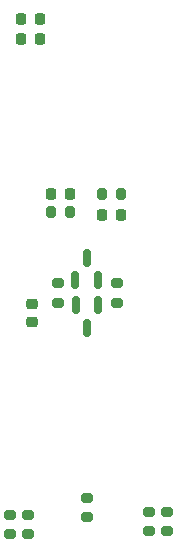
<source format=gbr>
%TF.GenerationSoftware,KiCad,Pcbnew,(6.0.9)*%
%TF.CreationDate,2022-11-21T22:18:44+02:00*%
%TF.ProjectId,esp32s2_devboard,65737033-3273-4325-9f64-6576626f6172,rev?*%
%TF.SameCoordinates,Original*%
%TF.FileFunction,Paste,Bot*%
%TF.FilePolarity,Positive*%
%FSLAX46Y46*%
G04 Gerber Fmt 4.6, Leading zero omitted, Abs format (unit mm)*
G04 Created by KiCad (PCBNEW (6.0.9)) date 2022-11-21 22:18:44*
%MOMM*%
%LPD*%
G01*
G04 APERTURE LIST*
G04 Aperture macros list*
%AMRoundRect*
0 Rectangle with rounded corners*
0 $1 Rounding radius*
0 $2 $3 $4 $5 $6 $7 $8 $9 X,Y pos of 4 corners*
0 Add a 4 corners polygon primitive as box body*
4,1,4,$2,$3,$4,$5,$6,$7,$8,$9,$2,$3,0*
0 Add four circle primitives for the rounded corners*
1,1,$1+$1,$2,$3*
1,1,$1+$1,$4,$5*
1,1,$1+$1,$6,$7*
1,1,$1+$1,$8,$9*
0 Add four rect primitives between the rounded corners*
20,1,$1+$1,$2,$3,$4,$5,0*
20,1,$1+$1,$4,$5,$6,$7,0*
20,1,$1+$1,$6,$7,$8,$9,0*
20,1,$1+$1,$8,$9,$2,$3,0*%
G04 Aperture macros list end*
%ADD10RoundRect,0.200000X-0.275000X0.200000X-0.275000X-0.200000X0.275000X-0.200000X0.275000X0.200000X0*%
%ADD11RoundRect,0.150000X-0.150000X0.587500X-0.150000X-0.587500X0.150000X-0.587500X0.150000X0.587500X0*%
%ADD12RoundRect,0.225000X-0.250000X0.225000X-0.250000X-0.225000X0.250000X-0.225000X0.250000X0.225000X0*%
%ADD13RoundRect,0.200000X0.200000X0.275000X-0.200000X0.275000X-0.200000X-0.275000X0.200000X-0.275000X0*%
%ADD14RoundRect,0.225000X-0.225000X-0.250000X0.225000X-0.250000X0.225000X0.250000X-0.225000X0.250000X0*%
%ADD15RoundRect,0.150000X0.150000X-0.587500X0.150000X0.587500X-0.150000X0.587500X-0.150000X-0.587500X0*%
%ADD16RoundRect,0.225000X0.225000X0.250000X-0.225000X0.250000X-0.225000X-0.250000X0.225000X-0.250000X0*%
%ADD17RoundRect,0.200000X-0.200000X-0.275000X0.200000X-0.275000X0.200000X0.275000X-0.200000X0.275000X0*%
%ADD18RoundRect,0.200000X0.275000X-0.200000X0.275000X0.200000X-0.275000X0.200000X-0.275000X-0.200000X0*%
G04 APERTURE END LIST*
D10*
%TO.C,R9*%
X160100000Y-73625000D03*
X160100000Y-75275000D03*
%TD*%
%TO.C,R6*%
X162560000Y-91792499D03*
X162560000Y-93442499D03*
%TD*%
%TO.C,R4*%
X157500000Y-93229999D03*
X157500000Y-94879999D03*
%TD*%
%TO.C,R3*%
X156000000Y-93229999D03*
X156000000Y-94879999D03*
%TD*%
D11*
%TO.C,Q2*%
X161600000Y-75512501D03*
X163500000Y-75512501D03*
X162550000Y-77387501D03*
%TD*%
D10*
%TO.C,R1*%
X167820000Y-92979999D03*
X167820000Y-94629999D03*
%TD*%
D12*
%TO.C,C5*%
X157900000Y-75375000D03*
X157900000Y-76925000D03*
%TD*%
D10*
%TO.C,R2*%
X169320000Y-92979999D03*
X169320000Y-94629999D03*
%TD*%
D13*
%TO.C,R7*%
X161120000Y-67569999D03*
X159470000Y-67569999D03*
%TD*%
D14*
%TO.C,C2*%
X156975000Y-52950001D03*
X158525000Y-52950001D03*
%TD*%
%TO.C,C7*%
X159520000Y-66069999D03*
X161070000Y-66069999D03*
%TD*%
%TO.C,C4*%
X163820000Y-67819999D03*
X165370000Y-67819999D03*
%TD*%
D15*
%TO.C,Q1*%
X163450000Y-73387501D03*
X161550000Y-73387501D03*
X162500000Y-71512501D03*
%TD*%
D16*
%TO.C,C1*%
X158525000Y-51250000D03*
X156975000Y-51250000D03*
%TD*%
D17*
%TO.C,R5*%
X163770000Y-66069999D03*
X165420000Y-66069999D03*
%TD*%
D18*
%TO.C,R8*%
X165100000Y-75275000D03*
X165100000Y-73625000D03*
%TD*%
M02*

</source>
